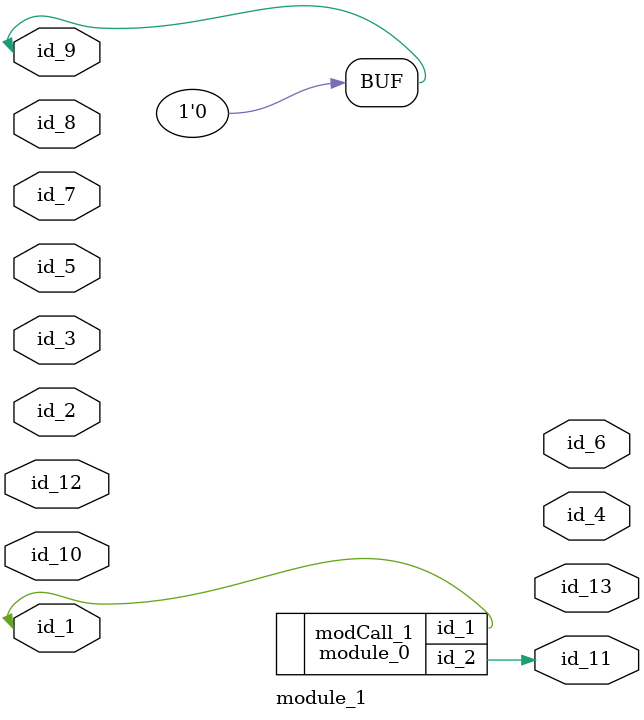
<source format=v>
module module_0 (
    id_1,
    id_2
);
  output wire id_2;
  inout wire id_1;
  wire id_3;
endmodule
module module_1 (
    id_1,
    id_2,
    id_3,
    id_4,
    id_5,
    id_6,
    id_7,
    id_8,
    id_9,
    id_10,
    id_11,
    id_12,
    id_13
);
  output wire id_13;
  inout wire id_12;
  output wire id_11;
  inout wire id_10;
  inout wire id_9;
  input wire id_8;
  input wire id_7;
  output wire id_6;
  inout wire id_5;
  output wire id_4;
  input wire id_3;
  input wire id_2;
  inout wire id_1;
  generate
    assign id_9 = "";
  endgenerate
  wire id_14;
  module_0 modCall_1 (
      id_1,
      id_11
  );
endmodule

</source>
